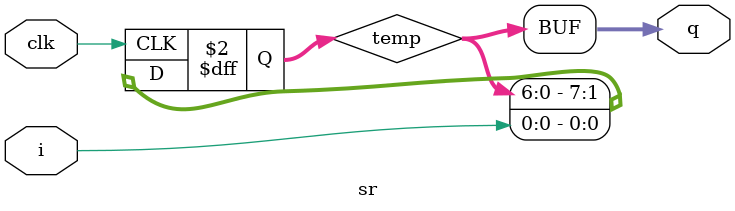
<source format=v>
module sr(output wire [7:0]q,input clk,i);
reg [7:0]temp;

always @(posedge clk)
begin
    temp = {temp[6:0],i};
end

//output logic
assign q=temp;
endmodule
</source>
